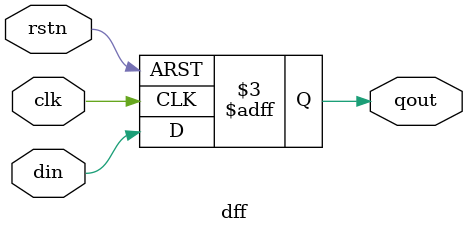
<source format=v>
module dff(clk, din, rstn, qout);
    input clk, din, rstn;
    output qout;
    reg qout;
    
always @ (posedge clk, negedge rstn) begin
    if(!rstn) 
        qout <= 1'b0;
    else
        qout <= din; 
end
    
endmodule

</source>
